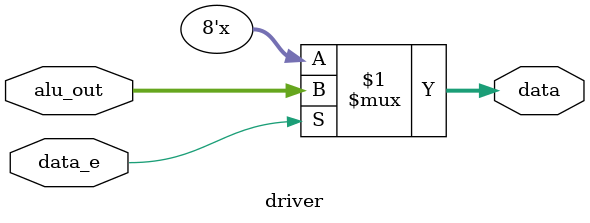
<source format=v>

module driver (
    input wire [7:0] alu_out,
    input wire data_e,
    output wire [7:0] data
);

    assign data = data_e ? alu_out : 8'bz;

endmodule

</source>
